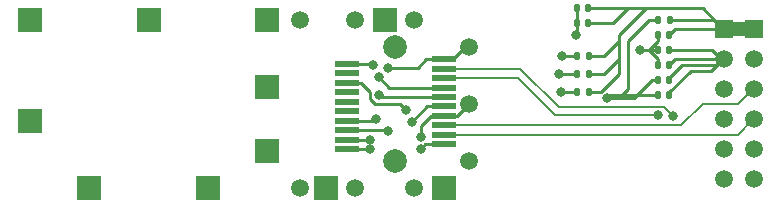
<source format=gbr>
%TF.GenerationSoftware,KiCad,Pcbnew,6.0.11-2627ca5db0~126~ubuntu20.04.1*%
%TF.CreationDate,2023-02-14T16:49:55+01:00*%
%TF.ProjectId,pmod_sfp,706d6f64-5f73-4667-902e-6b696361645f,rev?*%
%TF.SameCoordinates,Original*%
%TF.FileFunction,Copper,L1,Top*%
%TF.FilePolarity,Positive*%
%FSLAX46Y46*%
G04 Gerber Fmt 4.6, Leading zero omitted, Abs format (unit mm)*
G04 Created by KiCad (PCBNEW 6.0.11-2627ca5db0~126~ubuntu20.04.1) date 2023-02-14 16:49:55*
%MOMM*%
%LPD*%
G01*
G04 APERTURE LIST*
G04 Aperture macros list*
%AMRoundRect*
0 Rectangle with rounded corners*
0 $1 Rounding radius*
0 $2 $3 $4 $5 $6 $7 $8 $9 X,Y pos of 4 corners*
0 Add a 4 corners polygon primitive as box body*
4,1,4,$2,$3,$4,$5,$6,$7,$8,$9,$2,$3,0*
0 Add four circle primitives for the rounded corners*
1,1,$1+$1,$2,$3*
1,1,$1+$1,$4,$5*
1,1,$1+$1,$6,$7*
1,1,$1+$1,$8,$9*
0 Add four rect primitives between the rounded corners*
20,1,$1+$1,$2,$3,$4,$5,0*
20,1,$1+$1,$4,$5,$6,$7,0*
20,1,$1+$1,$6,$7,$8,$9,0*
20,1,$1+$1,$8,$9,$2,$3,0*%
G04 Aperture macros list end*
%TA.AperFunction,SMDPad,CuDef*%
%ADD10RoundRect,0.140000X0.140000X0.170000X-0.140000X0.170000X-0.140000X-0.170000X0.140000X-0.170000X0*%
%TD*%
%TA.AperFunction,SMDPad,CuDef*%
%ADD11RoundRect,0.140000X-0.140000X-0.170000X0.140000X-0.170000X0.140000X0.170000X-0.140000X0.170000X0*%
%TD*%
%TA.AperFunction,ComponentPad*%
%ADD12R,1.500000X1.500000*%
%TD*%
%TA.AperFunction,ComponentPad*%
%ADD13C,1.500000*%
%TD*%
%TA.AperFunction,SMDPad,CuDef*%
%ADD14RoundRect,0.135000X-0.135000X-0.185000X0.135000X-0.185000X0.135000X0.185000X-0.135000X0.185000X0*%
%TD*%
%TA.AperFunction,SMDPad,CuDef*%
%ADD15RoundRect,0.135000X0.135000X0.185000X-0.135000X0.185000X-0.135000X-0.185000X0.135000X-0.185000X0*%
%TD*%
%TA.AperFunction,SMDPad,CuDef*%
%ADD16RoundRect,0.147500X0.147500X0.172500X-0.147500X0.172500X-0.147500X-0.172500X0.147500X-0.172500X0*%
%TD*%
%TA.AperFunction,WasherPad*%
%ADD17C,2.000000*%
%TD*%
%TA.AperFunction,SMDPad,CuDef*%
%ADD18R,2.000000X0.500000*%
%TD*%
%TA.AperFunction,ComponentPad*%
%ADD19R,2.000000X2.000000*%
%TD*%
%TA.AperFunction,ViaPad*%
%ADD20C,0.800000*%
%TD*%
%TA.AperFunction,Conductor*%
%ADD21C,0.250000*%
%TD*%
%TA.AperFunction,Conductor*%
%ADD22C,0.200000*%
%TD*%
%TA.AperFunction,Conductor*%
%ADD23C,1.200000*%
%TD*%
G04 APERTURE END LIST*
D10*
%TO.P,C1,1*%
%TO.N,+3V3*%
X162504000Y-64262000D03*
%TO.P,C1,2*%
%TO.N,GND*%
X161544000Y-64262000D03*
%TD*%
D11*
%TO.P,C3,1*%
%TO.N,Net-(C3-Pad1)*%
X168402000Y-67818000D03*
%TO.P,C3,2*%
%TO.N,GND*%
X169362000Y-67818000D03*
%TD*%
D12*
%TO.P,U1,1,VCC*%
%TO.N,+3V3*%
X173990000Y-64770000D03*
D13*
%TO.P,U1,2,GND*%
%TO.N,GND*%
X173990000Y-67310000D03*
%TO.P,U1,3,1*%
%TO.N,/SFP_TX_P*%
X173990000Y-69850000D03*
%TO.P,U1,4,2*%
%TO.N,/SFP_TX_N*%
X173990000Y-72390000D03*
%TO.P,U1,5,3*%
%TO.N,/SFP_TX_DIS*%
X173990000Y-74930000D03*
%TO.P,U1,6,4*%
%TO.N,unconnected-(U1-Pad6)*%
X173990000Y-77470000D03*
%TO.P,U1,7,5*%
%TO.N,unconnected-(U1-Pad7)*%
X176530000Y-77470000D03*
%TO.P,U1,8,6*%
%TO.N,/SFP_LOSS*%
X176530000Y-74930000D03*
%TO.P,U1,9,7*%
%TO.N,/SFP_RX_N*%
X176530000Y-72390000D03*
%TO.P,U1,10,8*%
%TO.N,/SFP_RX_P*%
X176530000Y-69850000D03*
%TO.P,U1,11,GND*%
%TO.N,GND*%
X176530000Y-67310000D03*
D12*
%TO.P,U1,12,VCC*%
%TO.N,+3V3*%
X176530000Y-64770000D03*
%TD*%
D14*
%TO.P,R3,1*%
%TO.N,/SFP_LOSS*%
X161542000Y-68580000D03*
%TO.P,R3,2*%
%TO.N,+3V3*%
X162562000Y-68580000D03*
%TD*%
D10*
%TO.P,C2,1*%
%TO.N,+3V3*%
X162532000Y-62992000D03*
%TO.P,C2,2*%
%TO.N,GND*%
X161572000Y-62992000D03*
%TD*%
D15*
%TO.P,R1,1*%
%TO.N,+3V3*%
X162560000Y-67056000D03*
%TO.P,R1,2*%
%TO.N,Net-(J1-Pad7)*%
X161540000Y-67056000D03*
%TD*%
D11*
%TO.P,C4,1*%
%TO.N,Net-(C3-Pad1)*%
X168402000Y-66548000D03*
%TO.P,C4,2*%
%TO.N,GND*%
X169362000Y-66548000D03*
%TD*%
D15*
%TO.P,R2,1*%
%TO.N,+3V3*%
X162564000Y-70104000D03*
%TO.P,R2,2*%
%TO.N,/SFP_TX_DIS*%
X161544000Y-70104000D03*
%TD*%
D16*
%TO.P,L2,1,1*%
%TO.N,+3V3*%
X169418000Y-64008000D03*
%TO.P,L2,2,2*%
%TO.N,Net-(C5-Pad1)*%
X168448000Y-64008000D03*
%TD*%
%TO.P,L1,1,1*%
%TO.N,+3V3*%
X169395000Y-65278000D03*
%TO.P,L1,2,2*%
%TO.N,Net-(C3-Pad1)*%
X168425000Y-65278000D03*
%TD*%
D11*
%TO.P,C6,1*%
%TO.N,Net-(C5-Pad1)*%
X168430000Y-70358000D03*
%TO.P,C6,2*%
%TO.N,GND*%
X169390000Y-70358000D03*
%TD*%
%TO.P,C5,1*%
%TO.N,Net-(C5-Pad1)*%
X168402000Y-69088000D03*
%TO.P,C5,2*%
%TO.N,GND*%
X169362000Y-69088000D03*
%TD*%
D17*
%TO.P,J1,*%
%TO.N,*%
X146200000Y-75920000D03*
X146200000Y-66320000D03*
D18*
%TO.P,J1,1,VeeT*%
%TO.N,GND*%
X142100000Y-67720000D03*
%TO.P,J1,2,TX_FAULT*%
%TO.N,unconnected-(J1-Pad2)*%
X142100000Y-68520000D03*
%TO.P,J1,3,TX_DISABLE*%
%TO.N,/SFP_TX_DIS*%
X142100000Y-69320000D03*
%TO.P,J1,4,MOD_DEF2*%
%TO.N,unconnected-(J1-Pad4)*%
X142100000Y-70120000D03*
%TO.P,J1,5,MOD_DEF1*%
%TO.N,unconnected-(J1-Pad5)*%
X142100000Y-70920000D03*
%TO.P,J1,6,MOD_DEF0*%
%TO.N,unconnected-(J1-Pad6)*%
X142100000Y-71720000D03*
%TO.P,J1,7,RATE_SELECT*%
%TO.N,Net-(J1-Pad7)*%
X142100000Y-72520000D03*
%TO.P,J1,8,RX_LOS*%
%TO.N,/SFP_LOSS*%
X142100000Y-73320000D03*
%TO.P,J1,9,VeeR*%
%TO.N,GND*%
X142100000Y-74120000D03*
%TO.P,J1,10,VeeR*%
X142100000Y-74920000D03*
%TO.P,J1,11,VeeR*%
X150300000Y-74520000D03*
%TO.P,J1,12,RD-*%
%TO.N,/SFP_RX_N*%
X150300000Y-73720000D03*
%TO.P,J1,13,RD+*%
%TO.N,/SFP_RX_P*%
X150300000Y-72920000D03*
%TO.P,J1,14,VeeR*%
%TO.N,GND*%
X150300000Y-72120000D03*
%TO.P,J1,15,VccR*%
%TO.N,Net-(C5-Pad1)*%
X150300000Y-71320000D03*
%TO.P,J1,16,VccT*%
%TO.N,Net-(C3-Pad1)*%
X150300000Y-70520000D03*
%TO.P,J1,17,VeeT*%
%TO.N,GND*%
X150300000Y-69720000D03*
%TO.P,J1,18,TD+*%
%TO.N,/SFP_TX_P*%
X150300000Y-68920000D03*
%TO.P,J1,19,TD-*%
%TO.N,/SFP_TX_N*%
X150300000Y-68120000D03*
%TO.P,J1,20,VeeT*%
%TO.N,GND*%
X150300000Y-67320000D03*
D19*
%TO.P,J1,CAGE,CAGE*%
X150300000Y-78245000D03*
X135300000Y-63995000D03*
X125300000Y-63995000D03*
D13*
X147800000Y-78245000D03*
D19*
X135300000Y-75070000D03*
X115300000Y-72570000D03*
D13*
X152400000Y-75920000D03*
D19*
X130300000Y-78245000D03*
D13*
X138100000Y-63995000D03*
X152400000Y-66320000D03*
X142800000Y-78245000D03*
D19*
X115300000Y-63995000D03*
D13*
X147800000Y-63995000D03*
D19*
X140300000Y-78245000D03*
X135300000Y-69670000D03*
D13*
X152400000Y-71120000D03*
X142800000Y-63995000D03*
X138100000Y-78245000D03*
D19*
X145300000Y-63995000D03*
X120300000Y-78245000D03*
%TD*%
D20*
%TO.N,GND*%
X148336000Y-73914000D03*
X144272000Y-67818000D03*
X144780000Y-68834000D03*
X144018000Y-74930000D03*
X161516000Y-65278000D03*
X145542000Y-68072000D03*
X144018000Y-74168000D03*
X148336000Y-74930000D03*
%TO.N,/SFP_TX_DIS*%
X160257369Y-70105904D03*
X147100441Y-71592853D03*
%TO.N,Net-(J1-Pad7)*%
X160274000Y-67056000D03*
X144526000Y-72390000D03*
%TO.N,/SFP_LOSS*%
X160020000Y-68580000D03*
X145542000Y-73406000D03*
%TO.N,/SFP_TX_P*%
X168402000Y-72073500D03*
%TO.N,Net-(C3-Pad1)*%
X166878000Y-66548000D03*
X144780000Y-70358000D03*
%TO.N,Net-(C5-Pad1)*%
X164088299Y-70616299D03*
X147574000Y-72644000D03*
%TO.N,/SFP_TX_N*%
X169672000Y-72136000D03*
%TD*%
D21*
%TO.N,GND*%
X144018000Y-74930000D02*
X142110000Y-74930000D01*
X144780000Y-68834000D02*
X145666000Y-69720000D01*
X142100000Y-67720000D02*
X144174000Y-67720000D01*
X172974000Y-66548000D02*
X173736000Y-67310000D01*
X148834000Y-67320000D02*
X150300000Y-67320000D01*
X142100000Y-74120000D02*
X143970000Y-74120000D01*
X161572000Y-62992000D02*
X161572000Y-64234000D01*
X172954000Y-68326000D02*
X173970000Y-67310000D01*
X144174000Y-67720000D02*
X144272000Y-67818000D01*
X149200000Y-72120000D02*
X150300000Y-72120000D01*
X150300000Y-72120000D02*
X151400000Y-72120000D01*
X169390000Y-70358000D02*
X169390000Y-70132000D01*
X171196000Y-68326000D02*
X172954000Y-68326000D01*
X148746000Y-74520000D02*
X150300000Y-74520000D01*
X148336000Y-74930000D02*
X148746000Y-74520000D01*
X169390000Y-70132000D02*
X171196000Y-68326000D01*
X169870000Y-67310000D02*
X173970000Y-67310000D01*
X169362000Y-69088000D02*
X169362000Y-68890000D01*
X151975000Y-66395000D02*
X151975000Y-66320000D01*
X148336000Y-72984000D02*
X149200000Y-72120000D01*
X173736000Y-67310000D02*
X173970000Y-67310000D01*
X145666000Y-69720000D02*
X150300000Y-69720000D01*
X148082000Y-68072000D02*
X148834000Y-67320000D01*
X148336000Y-73914000D02*
X148336000Y-72984000D01*
X161544000Y-64262000D02*
X161544000Y-65250000D01*
X173462000Y-67818000D02*
X173970000Y-67310000D01*
X145542000Y-68072000D02*
X148082000Y-68072000D01*
X150300000Y-67320000D02*
X151050000Y-67320000D01*
X170434000Y-67818000D02*
X173462000Y-67818000D01*
X151400000Y-72120000D02*
X152400000Y-71120000D01*
X143970000Y-74120000D02*
X144018000Y-74168000D01*
X169362000Y-66548000D02*
X172974000Y-66548000D01*
X142110000Y-74930000D02*
X142100000Y-74920000D01*
X161572000Y-64234000D02*
X161544000Y-64262000D01*
X169362000Y-68890000D02*
X170434000Y-67818000D01*
X151050000Y-67320000D02*
X151975000Y-66395000D01*
X161544000Y-65250000D02*
X161516000Y-65278000D01*
X169362000Y-67818000D02*
X169870000Y-67310000D01*
%TO.N,/SFP_TX_DIS*%
X144479695Y-71083000D02*
X144055000Y-70658305D01*
X160259273Y-70104000D02*
X160257369Y-70105904D01*
X144055000Y-70057695D02*
X143317305Y-69320000D01*
X161544000Y-70104000D02*
X160259273Y-70104000D01*
X144055000Y-70658305D02*
X144055000Y-70057695D01*
X146590588Y-71083000D02*
X144479695Y-71083000D01*
X143317305Y-69320000D02*
X142100000Y-69320000D01*
X147100441Y-71592853D02*
X146590588Y-71083000D01*
%TO.N,Net-(J1-Pad7)*%
X142100000Y-72520000D02*
X144396000Y-72520000D01*
X144396000Y-72520000D02*
X144526000Y-72390000D01*
X160274000Y-67056000D02*
X161540000Y-67056000D01*
%TO.N,/SFP_LOSS*%
X160020000Y-68580000D02*
X161542000Y-68580000D01*
X145456000Y-73320000D02*
X141846000Y-73320000D01*
X145542000Y-73406000D02*
X145456000Y-73320000D01*
D22*
%TO.N,/SFP_RX_N*%
X175180000Y-73720000D02*
X176510000Y-72390000D01*
X150300000Y-73720000D02*
X175180000Y-73720000D01*
%TO.N,/SFP_RX_P*%
X150300000Y-72920000D02*
X170412000Y-72920000D01*
X170412000Y-72920000D02*
X172212000Y-71120000D01*
X172212000Y-71120000D02*
X175240000Y-71120000D01*
X175240000Y-71120000D02*
X176510000Y-69850000D01*
%TO.N,/SFP_TX_P*%
X159703500Y-72073500D02*
X156550000Y-68920000D01*
X156550000Y-68920000D02*
X150300000Y-68920000D01*
X168402000Y-72073500D02*
X159703500Y-72073500D01*
D21*
%TO.N,Net-(C3-Pad1)*%
X144780000Y-70358000D02*
X144942000Y-70520000D01*
X168425000Y-65278000D02*
X168425000Y-65763000D01*
X168402000Y-67818000D02*
X168402000Y-67310000D01*
X168402000Y-66548000D02*
X167640000Y-66548000D01*
X166878000Y-66548000D02*
X167640000Y-66548000D01*
X168425000Y-65763000D02*
X167640000Y-66548000D01*
X144942000Y-70520000D02*
X150300000Y-70520000D01*
X168402000Y-67310000D02*
X167640000Y-66548000D01*
%TO.N,Net-(C5-Pad1)*%
X165862000Y-69850000D02*
X165354000Y-70358000D01*
X164592000Y-70358000D02*
X164346598Y-70358000D01*
X166365701Y-70616299D02*
X167894000Y-69088000D01*
X147574000Y-72644000D02*
X148898000Y-71320000D01*
X148898000Y-71320000D02*
X150300000Y-71320000D01*
X164088299Y-70616299D02*
X166365701Y-70616299D01*
X165354000Y-70358000D02*
X164592000Y-70358000D01*
X167894000Y-69088000D02*
X168402000Y-69088000D01*
X168448000Y-64008000D02*
X167640000Y-64008000D01*
X164346598Y-70358000D02*
X164088299Y-70616299D01*
X165862000Y-65786000D02*
X165862000Y-69850000D01*
X168430000Y-70358000D02*
X164592000Y-70358000D01*
X167640000Y-64008000D02*
X165862000Y-65786000D01*
D22*
%TO.N,/SFP_TX_N*%
X160020000Y-71374000D02*
X168910000Y-71374000D01*
X156766000Y-68120000D02*
X160020000Y-71374000D01*
X168910000Y-71374000D02*
X169672000Y-72136000D01*
X150300000Y-68120000D02*
X156766000Y-68120000D01*
D21*
%TO.N,+3V3*%
X167386000Y-62992000D02*
X172212000Y-62992000D01*
X173218000Y-63998000D02*
X173218000Y-64018000D01*
X165100000Y-65786000D02*
X165100000Y-65278000D01*
X163830000Y-68580000D02*
X165100000Y-67310000D01*
X163830000Y-67056000D02*
X165100000Y-65786000D01*
X169903000Y-64770000D02*
X173970000Y-64770000D01*
X164592000Y-64262000D02*
X165862000Y-62992000D01*
X162560000Y-67056000D02*
X163830000Y-67056000D01*
X169395000Y-65278000D02*
X169903000Y-64770000D01*
X165100000Y-67310000D02*
X165100000Y-65786000D01*
X162564000Y-70104000D02*
X163576000Y-70104000D01*
X172212000Y-62992000D02*
X173218000Y-63998000D01*
X173218000Y-64018000D02*
X173970000Y-64770000D01*
X169428000Y-64018000D02*
X173218000Y-64018000D01*
X162504000Y-64262000D02*
X164592000Y-64262000D01*
X163576000Y-70104000D02*
X165100000Y-68580000D01*
X165100000Y-65278000D02*
X167386000Y-62992000D01*
X162562000Y-68580000D02*
X163830000Y-68580000D01*
X165862000Y-62992000D02*
X167386000Y-62992000D01*
D23*
X173970000Y-64770000D02*
X176510000Y-64770000D01*
D21*
X162532000Y-62992000D02*
X165862000Y-62992000D01*
X169418000Y-64008000D02*
X169428000Y-64018000D01*
X165100000Y-68580000D02*
X165100000Y-67310000D01*
%TD*%
M02*

</source>
